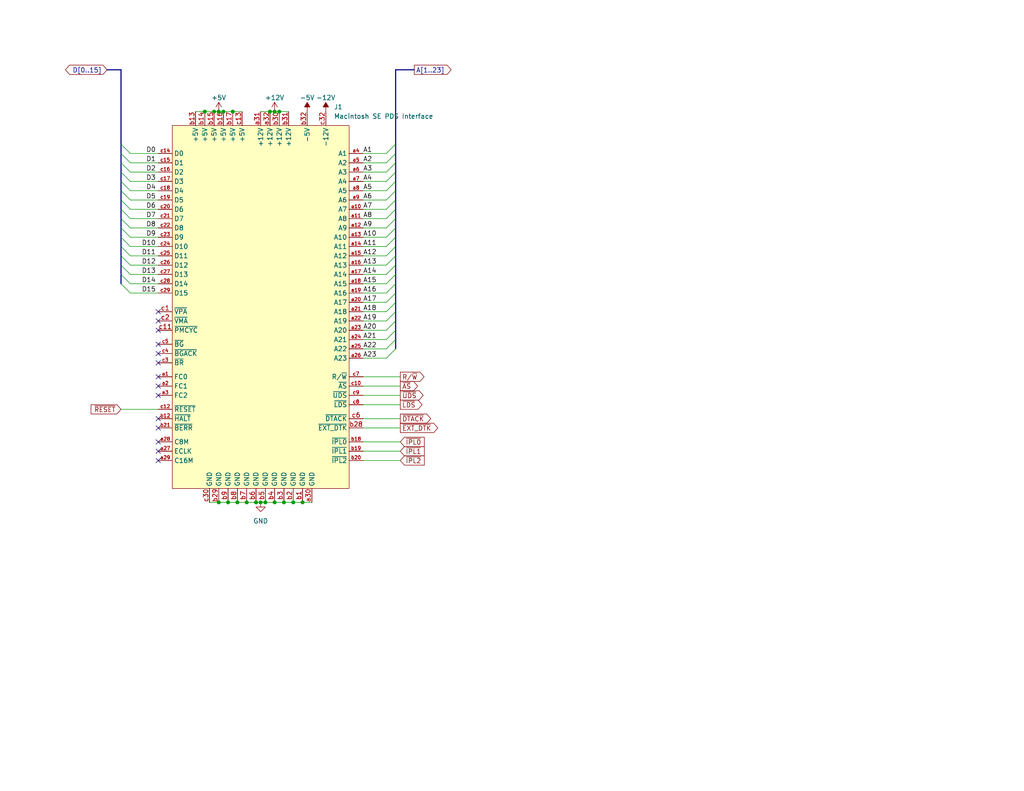
<source format=kicad_sch>
(kicad_sch (version 20230121) (generator eeschema)
  (paper "USLetter")
  (title_block (title "SEthernet PDS Ethernet Card for Macintosh SE") (date "2024-01-27") (rev "1"))
  (lib_symbols
    (symbol "PDS-Ethernet:SE_PDS"
      (property "Reference" "J" (at 0 13.97 0))
      (property "Value" "Macintosh SE PDS Slot" (at 0 11.43 0))
      (symbol "SE_PDS_1_0"
        (pin output line (at -25.4 -74.93 0) (length 3.81) (name "FC0") (number "a1"))
        (pin output line (at 30.48 -29.21 180) (length 3.81) (name "A7") (number "a10"))
        (pin output line (at 30.48 -31.75 180) (length 3.81) (name "A8") (number "a11"))
        (pin output line (at 30.48 -34.29 180) (length 3.81) (name "A9") (number "a12"))
        (pin output line (at 30.48 -36.83 180) (length 3.81) (name "A10") (number "a13"))
        (pin output line (at 30.48 -39.37 180) (length 3.81) (name "A11") (number "a14"))
        (pin output line (at 30.48 -41.91 180) (length 3.81) (name "A12") (number "a15"))
        (pin output line (at 30.48 -44.45 180) (length 3.81) (name "A13") (number "a16"))
        (pin output line (at 30.48 -46.99 180) (length 3.81) (name "A14") (number "a17"))
        (pin output line (at 30.48 -49.53 180) (length 3.81) (name "A15") (number "a18"))
        (pin output line (at 30.48 -52.07 180) (length 3.81) (name "A16") (number "a19"))
        (pin output line (at -25.4 -77.47 0) (length 3.81) (name "FC1") (number "a2"))
        (pin output line (at 30.48 -54.61 180) (length 3.81) (name "A17") (number "a20"))
        (pin output line (at 30.48 -57.15 180) (length 3.81) (name "A18") (number "a21"))
        (pin output line (at 30.48 -59.69 180) (length 3.81) (name "A19") (number "a22"))
        (pin output line (at 30.48 -62.23 180) (length 3.81) (name "A20") (number "a23"))
        (pin output line (at 30.48 -64.77 180) (length 3.81) (name "A21") (number "a24"))
        (pin output line (at 30.48 -67.31 180) (length 3.81) (name "A22") (number "a25"))
        (pin output line (at 30.48 -69.85 180) (length 3.81) (name "A23") (number "a26"))
        (pin output line (at -25.4 -95.25 0) (length 3.81) (name "ECLK") (number "a27"))
        (pin output line (at -25.4 -92.71 0) (length 3.81) (name "C8M") (number "a28"))
        (pin output line (at -25.4 -97.79 0) (length 3.81) (name "C16M") (number "a29"))
        (pin output line (at -25.4 -80.01 0) (length 3.81) (name "FC2") (number "a3"))
        (pin power_out line (at 16.51 -109.22 90) (length 3.81) (name "GND") (number "a30"))
        (pin power_out line (at 2.54 -2.54 270) (length 3.81) (name "+12V") (number "a31"))
        (pin power_out line (at 5.08 -2.54 270) (length 3.81) (name "+12V") (number "a32"))
        (pin output line (at 30.48 -13.97 180) (length 3.81) (name "A1") (number "a4"))
        (pin output line (at 30.48 -16.51 180) (length 3.81) (name "A2") (number "a5"))
        (pin output line (at 30.48 -19.05 180) (length 3.81) (name "A3") (number "a6"))
        (pin output line (at 30.48 -21.59 180) (length 3.81) (name "A4") (number "a7"))
        (pin output line (at 30.48 -24.13 180) (length 3.81) (name "A5") (number "a8"))
        (pin output line (at 30.48 -26.67 180) (length 3.81) (name "A6") (number "a9"))
        (pin power_out line (at 13.97 -109.22 90) (length 3.81) (name "GND") (number "b1"))
        (pin no_connect line (at 73.66 -34.29 180) (length 3.81) hide (name "Reserved") (number "b10"))
        (pin no_connect line (at 73.66 -36.83 180) (length 3.81) hide (name "Reserved") (number "b11"))
        (pin output line (at -25.4 -86.36 0) (length 3.81) (name "~{HALT}") (number "b12"))
        (pin power_out line (at -15.24 -2.54 270) (length 3.81) (name "+5V") (number "b13"))
        (pin power_out line (at -12.7 -2.54 270) (length 3.81) (name "+5V") (number "b14"))
        (pin power_out line (at -10.16 -2.54 270) (length 3.81) (name "+5V") (number "b15"))
        (pin power_out line (at -7.62 -2.54 270) (length 3.81) (name "+5V") (number "b16"))
        (pin power_out line (at -5.08 -2.54 270) (length 3.81) (name "+5V") (number "b17"))
        (pin input line (at 30.48 -92.71 180) (length 3.81) (name "~{IPL0}") (number "b18"))
        (pin input line (at 30.48 -95.25 180) (length 3.81) (name "~{IPL1}") (number "b19"))
        (pin power_out line (at 11.43 -109.22 90) (length 3.81) (name "GND") (number "b2"))
        (pin input line (at 30.48 -97.79 180) (length 3.81) (name "~{IPL2}") (number "b20"))
        (pin input line (at -25.4 -88.9 0) (length 3.81) (name "~{BERR}") (number "b21"))
        (pin no_connect line (at 73.66 -52.07 180) (length 3.81) hide (name "Spare") (number "b22"))
        (pin no_connect line (at 73.66 -54.61 180) (length 3.81) hide (name "Reserved") (number "b23"))
        (pin no_connect line (at 73.66 -57.15 180) (length 3.81) hide (name "Reserved") (number "b24"))
        (pin no_connect line (at 73.66 -59.69 180) (length 3.81) hide (name "Reserved") (number "b25"))
        (pin no_connect line (at 73.66 -62.23 180) (length 3.81) hide (name "Reserved") (number "b26"))
        (pin no_connect line (at 73.66 -64.77 180) (length 3.81) hide (name "Reserved") (number "b27"))
        (pin input line (at 30.48 -88.9 180) (length 3.81) (name "~{EXT_DTK}") (number "b28"))
        (pin power_out line (at -8.89 -109.22 90) (length 3.81) (name "GND") (number "b29"))
        (pin power_out line (at 8.89 -109.22 90) (length 3.81) (name "GND") (number "b3"))
        (pin power_out line (at 7.62 -2.54 270) (length 3.81) (name "+12V") (number "b30"))
        (pin power_out line (at 10.16 -2.54 270) (length 3.81) (name "+12V") (number "b31"))
        (pin power_out line (at 15.24 -2.54 270) (length 3.81) (name "-5V") (number "b32"))
        (pin power_out line (at 6.35 -109.22 90) (length 3.81) (name "GND") (number "b4"))
        (pin power_out line (at 3.81 -109.22 90) (length 3.81) (name "GND") (number "b5"))
        (pin power_out line (at 1.27 -109.22 90) (length 3.81) (name "GND") (number "b6"))
        (pin power_out line (at -1.27 -109.22 90) (length 3.81) (name "GND") (number "b7"))
        (pin power_out line (at -3.81 -109.22 90) (length 3.81) (name "GND") (number "b8"))
        (pin power_out line (at -6.35 -109.22 90) (length 3.81) (name "GND") (number "b9"))
        (pin output line (at -25.4 -57.15 0) (length 3.81) (name "~{VPA}") (number "c1"))
        (pin output line (at 30.48 -77.47 180) (length 3.81) (name "~{AS}") (number "c10"))
        (pin output line (at -25.4 -62.23 0) (length 3.81) (name "~{PMCYC}") (number "c11"))
        (pin output line (at -25.4 -83.82 0) (length 3.81) (name "~{RESET}") (number "c12"))
        (pin power_out line (at -2.54 -2.54 270) (length 3.81) (name "+5V") (number "c13"))
        (pin bidirectional line (at -25.4 -13.97 0) (length 3.81) (name "D0") (number "c14"))
        (pin bidirectional line (at -25.4 -16.51 0) (length 3.81) (name "D1") (number "c15"))
        (pin bidirectional line (at -25.4 -19.05 0) (length 3.81) (name "D2") (number "c16"))
        (pin bidirectional line (at -25.4 -21.59 0) (length 3.81) (name "D3") (number "c17"))
        (pin bidirectional line (at -25.4 -24.13 0) (length 3.81) (name "D4") (number "c18"))
        (pin bidirectional line (at -25.4 -26.67 0) (length 3.81) (name "D5") (number "c19"))
        (pin output line (at -25.4 -59.69 0) (length 3.81) (name "~{VMA}") (number "c2"))
        (pin bidirectional line (at -25.4 -29.21 0) (length 3.81) (name "D6") (number "c20"))
        (pin bidirectional line (at -25.4 -31.75 0) (length 3.81) (name "D7") (number "c21"))
        (pin bidirectional line (at -25.4 -34.29 0) (length 3.81) (name "D8") (number "c22"))
        (pin bidirectional line (at -25.4 -36.83 0) (length 3.81) (name "D9") (number "c23"))
        (pin bidirectional line (at -25.4 -39.37 0) (length 3.81) (name "D10") (number "c24"))
        (pin bidirectional line (at -25.4 -41.91 0) (length 3.81) (name "D11") (number "c25"))
        (pin bidirectional line (at -25.4 -44.45 0) (length 3.81) (name "D12") (number "c26"))
        (pin bidirectional line (at -25.4 -46.99 0) (length 3.81) (name "D13") (number "c27"))
        (pin bidirectional line (at -25.4 -49.53 0) (length 3.81) (name "D14") (number "c28"))
        (pin bidirectional line (at -25.4 -52.07 0) (length 3.81) (name "D15") (number "c29"))
        (pin input line (at -25.4 -71.12 0) (length 3.81) (name "~{BR}") (number "c3"))
        (pin power_out line (at -11.43 -109.22 90) (length 3.81) (name "GND") (number "c30"))
        (pin no_connect line (at 73.66 -95.25 180) (length 3.81) hide (name "Spare") (number "c31"))
        (pin power_out line (at 20.32 -2.54 270) (length 3.81) (name "-12V") (number "c32"))
        (pin input line (at -25.4 -68.58 0) (length 3.81) (name "~{BGACK}") (number "c4"))
        (pin output line (at -25.4 -66.04 0) (length 3.81) (name "~{BG}") (number "c5"))
        (pin bidirectional line (at 30.48 -86.36 180) (length 3.81) (name "~{DTACK}") (number "c6"))
        (pin output line (at 30.48 -74.93 180) (length 3.81) (name "R/~{W}") (number "c7"))
        (pin input line (at 30.48 -82.55 180) (length 3.81) (name "~{LDS}") (number "c8"))
        (pin input line (at 30.48 -80.01 180) (length 3.81) (name "~{UDS}") (number "c9"))
      )
      (symbol "SE_PDS_1_1"
        (rectangle (start -21.59 -6.35) (end 26.67 -105.41) (fill (type background)))
      )
    )
    (symbol "power:+12V" (power) (pin_names (offset 0))
      (property "Value" "+12V" (at 0 3.556 0))
      (symbol "+12V_0_1"
        (polyline (pts (xy -0.762 1.27) (xy 0 2.54)))
        (polyline (pts (xy 0 0) (xy 0 2.54)))
        (polyline (pts (xy 0 2.54) (xy 0.762 1.27)))
      )
      (symbol "+12V_1_1"
        (pin power_in line (at 0 0 90) (length 0) hide (name "+12V") (number "1"))
      )
    )
    (symbol "power:+5V" (power) (pin_names (offset 0))
      (property "Value" "+5V" (at 0 3.556 0))
      (symbol "+5V_0_1"
        (polyline (pts (xy -0.762 1.27) (xy 0 2.54)))
        (polyline (pts (xy 0 0) (xy 0 2.54)))
        (polyline (pts (xy 0 2.54) (xy 0.762 1.27)))
      )
      (symbol "+5V_1_1"
        (pin power_in line (at 0 0 90) (length 0) hide (name "+5V") (number "1"))
      )
    )
    (symbol "power:-12V" (power) (pin_names (offset 0))
      (property "Value" "-12V" (at 0 3.81 0))
      (symbol "-12V_0_0"
        (pin power_in line (at 0 0 90) (length 0) hide (name "-12V") (number "1"))
      )
      (symbol "-12V_0_1"
        (polyline (pts (xy 0 0) (xy 0 1.27) (xy 0.762 1.27) (xy 0 2.54) (xy -0.762 1.27) (xy 0 1.27)) (fill (type outline)))
      )
    )
    (symbol "power:-5V" (power) (pin_names (offset 0))
      (property "Value" "-5V" (at 0 3.81 0))
      (symbol "-5V_0_0"
        (pin power_in line (at 0 0 90) (length 0) hide (name "-5V") (number "1"))
      )
      (symbol "-5V_0_1"
        (polyline (pts (xy 0 0) (xy 0 1.27) (xy 0.762 1.27) (xy 0 2.54) (xy -0.762 1.27) (xy 0 1.27)) (fill (type outline)))
      )
    )
    (symbol "power:GND" (power) (pin_names (offset 0))
      (property "Value" "GND" (at 0 -3.81 0))
      (symbol "GND_0_1"
        (polyline (pts (xy 0 0) (xy 0 -1.27) (xy 1.27 -1.27) (xy 0 -2.54) (xy -1.27 -1.27) (xy 0 -1.27)))
      )
      (symbol "GND_1_1"
        (pin power_in line (at 0 0 270) (length 0) hide (name "GND") (number "1"))
      )
    )
  )
  (junction (at 73.66 30.48))
  (junction (at 64.77 137.16))
  (junction (at 58.42 30.48))
  (junction (at 82.55 137.16))
  (junction (at 59.69 30.48))
  (junction (at 55.88 30.48))
  (junction (at 72.39 137.16))
  (junction (at 76.2 30.48))
  (junction (at 63.5 30.48))
  (junction (at 77.47 137.16))
  (junction (at 74.93 30.48))
  (junction (at 80.01 137.16))
  (junction (at 60.96 30.48))
  (junction (at 62.23 137.16))
  (junction (at 67.31 137.16))
  (junction (at 69.85 137.16))
  (junction (at 59.69 137.16))
  (junction (at 74.93 137.16))
  (junction (at 71.12 137.16))
  (no_connect (at 43.18 90.17))
  (no_connect (at 43.18 107.95))
  (no_connect (at 43.18 123.19))
  (no_connect (at 43.18 120.65))
  (no_connect (at 43.18 96.52))
  (no_connect (at 43.18 93.98))
  (no_connect (at 43.18 85.09))
  (no_connect (at 43.18 99.06))
  (no_connect (at 43.18 87.63))
  (no_connect (at 43.18 105.41))
  (no_connect (at 43.18 102.87))
  (no_connect (at 43.18 125.73))
  (no_connect (at 43.18 114.3))
  (no_connect (at 43.18 116.84))
  (bus_entry (at 107.95 69.85) (size -2.54 2.54))
  (bus_entry (at 33.02 74.93) (size 2.54 2.54))
  (bus_entry (at 107.95 80.01) (size -2.54 2.54))
  (bus_entry (at 33.02 52.07) (size 2.54 2.54))
  (bus_entry (at 33.02 44.45) (size 2.54 2.54))
  (bus_entry (at 107.95 87.63) (size -2.54 2.54))
  (bus_entry (at 33.02 72.39) (size 2.54 2.54))
  (bus_entry (at 33.02 77.47) (size 2.54 2.54))
  (bus_entry (at 107.95 64.77) (size -2.54 2.54))
  (bus_entry (at 107.95 52.07) (size -2.54 2.54))
  (bus_entry (at 33.02 69.85) (size 2.54 2.54))
  (bus_entry (at 33.02 57.15) (size 2.54 2.54))
  (bus_entry (at 33.02 39.37) (size 2.54 2.54))
  (bus_entry (at 33.02 41.91) (size 2.54 2.54))
  (bus_entry (at 107.95 67.31) (size -2.54 2.54))
  (bus_entry (at 107.95 90.17) (size -2.54 2.54))
  (bus_entry (at 107.95 72.39) (size -2.54 2.54))
  (bus_entry (at 107.95 92.71) (size -2.54 2.54))
  (bus_entry (at 33.02 64.77) (size 2.54 2.54))
  (bus_entry (at 107.95 46.99) (size -2.54 2.54))
  (bus_entry (at 33.02 59.69) (size 2.54 2.54))
  (bus_entry (at 107.95 82.55) (size -2.54 2.54))
  (bus_entry (at 107.95 62.23) (size -2.54 2.54))
  (bus_entry (at 107.95 95.25) (size -2.54 2.54))
  (bus_entry (at 107.95 39.37) (size -2.54 2.54))
  (bus_entry (at 33.02 49.53) (size 2.54 2.54))
  (bus_entry (at 107.95 77.47) (size -2.54 2.54))
  (bus_entry (at 33.02 62.23) (size 2.54 2.54))
  (bus_entry (at 33.02 46.99) (size 2.54 2.54))
  (bus_entry (at 107.95 74.93) (size -2.54 2.54))
  (bus_entry (at 107.95 54.61) (size -2.54 2.54))
  (bus_entry (at 107.95 59.69) (size -2.54 2.54))
  (bus_entry (at 107.95 44.45) (size -2.54 2.54))
  (bus_entry (at 107.95 85.09) (size -2.54 2.54))
  (bus_entry (at 33.02 67.31) (size 2.54 2.54))
  (bus_entry (at 33.02 54.61) (size 2.54 2.54))
  (bus_entry (at 107.95 57.15) (size -2.54 2.54))
  (bus_entry (at 107.95 41.91) (size -2.54 2.54))
  (bus_entry (at 107.95 49.53) (size -2.54 2.54))
  (wire (pts (xy 35.56 57.15) (xy 43.18 57.15)))
  (wire (pts (xy 82.55 137.16) (xy 85.09 137.16)))
  (wire (pts (xy 99.06 95.25) (xy 105.41 95.25)))
  (wire (pts (xy 35.56 80.01) (xy 43.18 80.01)))
  (wire (pts (xy 99.06 57.15) (xy 105.41 57.15)))
  (bus (pts (xy 107.95 46.99) (xy 107.95 49.53)))
  (wire (pts (xy 99.06 87.63) (xy 105.41 87.63)))
  (bus (pts (xy 33.02 72.39) (xy 33.02 74.93)))
  (wire (pts (xy 67.31 137.16) (xy 69.85 137.16)))
  (wire (pts (xy 35.56 52.07) (xy 43.18 52.07)))
  (wire (pts (xy 58.42 30.48) (xy 59.69 30.48)))
  (wire (pts (xy 55.88 30.48) (xy 58.42 30.48)))
  (bus (pts (xy 107.95 87.63) (xy 107.95 90.17)))
  (wire (pts (xy 59.69 137.16) (xy 62.23 137.16)))
  (bus (pts (xy 107.95 64.77) (xy 107.95 67.31)))
  (wire (pts (xy 35.56 62.23) (xy 43.18 62.23)))
  (wire (pts (xy 35.56 72.39) (xy 43.18 72.39)))
  (wire (pts (xy 71.12 137.16) (xy 72.39 137.16)))
  (wire (pts (xy 63.5 30.48) (xy 66.04 30.48)))
  (bus (pts (xy 107.95 57.15) (xy 107.95 59.69)))
  (wire (pts (xy 99.06 107.95) (xy 109.22 107.95)))
  (wire (pts (xy 35.56 69.85) (xy 43.18 69.85)))
  (bus (pts (xy 107.95 90.17) (xy 107.95 92.71)))
  (bus (pts (xy 33.02 39.37) (xy 33.02 41.91)))
  (wire (pts (xy 99.06 46.99) (xy 105.41 46.99)))
  (bus (pts (xy 107.95 67.31) (xy 107.95 69.85)))
  (bus (pts (xy 33.02 59.69) (xy 33.02 62.23)))
  (bus (pts (xy 107.95 82.55) (xy 107.95 85.09)))
  (wire (pts (xy 43.18 111.76) (xy 33.02 111.76)))
  (wire (pts (xy 35.56 77.47) (xy 43.18 77.47)))
  (wire (pts (xy 99.06 54.61) (xy 105.41 54.61)))
  (bus (pts (xy 33.02 54.61) (xy 33.02 57.15)))
  (bus (pts (xy 33.02 44.45) (xy 33.02 46.99)))
  (bus (pts (xy 107.95 41.91) (xy 107.95 44.45)))
  (bus (pts (xy 33.02 41.91) (xy 33.02 44.45)))
  (bus (pts (xy 33.02 46.99) (xy 33.02 49.53)))
  (wire (pts (xy 99.06 64.77) (xy 105.41 64.77)))
  (wire (pts (xy 64.77 137.16) (xy 67.31 137.16)))
  (bus (pts (xy 33.02 52.07) (xy 33.02 54.61)))
  (bus (pts (xy 33.02 62.23) (xy 33.02 64.77)))
  (wire (pts (xy 99.06 110.49) (xy 109.22 110.49)))
  (wire (pts (xy 99.06 59.69) (xy 105.41 59.69)))
  (bus (pts (xy 107.95 72.39) (xy 107.95 74.93)))
  (wire (pts (xy 73.66 30.48) (xy 74.93 30.48)))
  (wire (pts (xy 62.23 137.16) (xy 64.77 137.16)))
  (wire (pts (xy 35.56 49.53) (xy 43.18 49.53)))
  (bus (pts (xy 107.95 74.93) (xy 107.95 77.47)))
  (bus (pts (xy 107.95 69.85) (xy 107.95 72.39)))
  (bus (pts (xy 107.95 39.37) (xy 107.95 41.91)))
  (wire (pts (xy 99.06 52.07) (xy 105.41 52.07)))
  (wire (pts (xy 99.06 92.71) (xy 105.41 92.71)))
  (bus (pts (xy 33.02 57.15) (xy 33.02 59.69)))
  (wire (pts (xy 72.39 137.16) (xy 74.93 137.16)))
  (wire (pts (xy 35.56 67.31) (xy 43.18 67.31)))
  (bus (pts (xy 33.02 74.93) (xy 33.02 77.47)))
  (wire (pts (xy 76.2 30.48) (xy 78.74 30.48)))
  (bus (pts (xy 107.95 85.09) (xy 107.95 87.63)))
  (bus (pts (xy 107.95 59.69) (xy 107.95 62.23)))
  (wire (pts (xy 99.06 97.79) (xy 105.41 97.79)))
  (bus (pts (xy 107.95 52.07) (xy 107.95 54.61)))
  (wire (pts (xy 99.06 62.23) (xy 105.41 62.23)))
  (bus (pts (xy 107.95 19.05) (xy 113.03 19.05)))
  (wire (pts (xy 99.06 77.47) (xy 105.41 77.47)))
  (wire (pts (xy 35.56 44.45) (xy 43.18 44.45)))
  (wire (pts (xy 99.06 82.55) (xy 105.41 82.55)))
  (wire (pts (xy 99.06 44.45) (xy 105.41 44.45)))
  (wire (pts (xy 59.69 30.48) (xy 60.96 30.48)))
  (wire (pts (xy 99.06 41.91) (xy 105.41 41.91)))
  (wire (pts (xy 99.06 123.19) (xy 109.22 123.19)))
  (wire (pts (xy 74.93 137.16) (xy 77.47 137.16)))
  (bus (pts (xy 107.95 44.45) (xy 107.95 46.99)))
  (wire (pts (xy 71.12 30.48) (xy 73.66 30.48)))
  (bus (pts (xy 107.95 80.01) (xy 107.95 82.55)))
  (wire (pts (xy 60.96 30.48) (xy 63.5 30.48)))
  (wire (pts (xy 99.06 49.53) (xy 105.41 49.53)))
  (bus (pts (xy 33.02 69.85) (xy 33.02 72.39)))
  (bus (pts (xy 107.95 49.53) (xy 107.95 52.07)))
  (wire (pts (xy 109.22 102.87) (xy 99.06 102.87)))
  (bus (pts (xy 107.95 92.71) (xy 107.95 95.25)))
  (wire (pts (xy 35.56 41.91) (xy 43.18 41.91)))
  (bus (pts (xy 107.95 62.23) (xy 107.95 64.77)))
  (bus (pts (xy 33.02 49.53) (xy 33.02 52.07)))
  (wire (pts (xy 99.06 116.84) (xy 109.22 116.84)))
  (bus (pts (xy 107.95 54.61) (xy 107.95 57.15)))
  (wire (pts (xy 99.06 85.09) (xy 105.41 85.09)))
  (wire (pts (xy 99.06 125.73) (xy 109.22 125.73)))
  (wire (pts (xy 80.01 137.16) (xy 82.55 137.16)))
  (wire (pts (xy 77.47 137.16) (xy 80.01 137.16)))
  (wire (pts (xy 57.15 137.16) (xy 59.69 137.16)))
  (bus (pts (xy 33.02 19.05) (xy 29.21 19.05)))
  (wire (pts (xy 69.85 137.16) (xy 71.12 137.16)))
  (wire (pts (xy 35.56 54.61) (xy 43.18 54.61)))
  (bus (pts (xy 107.95 77.47) (xy 107.95 80.01)))
  (wire (pts (xy 99.06 72.39) (xy 105.41 72.39)))
  (bus (pts (xy 107.95 19.05) (xy 107.95 39.37)))
  (wire (pts (xy 53.34 30.48) (xy 55.88 30.48)))
  (wire (pts (xy 99.06 67.31) (xy 105.41 67.31)))
  (wire (pts (xy 74.93 30.48) (xy 76.2 30.48)))
  (bus (pts (xy 33.02 19.05) (xy 33.02 39.37)))
  (bus (pts (xy 33.02 64.77) (xy 33.02 67.31)))
  (wire (pts (xy 99.06 105.41) (xy 109.22 105.41)))
  (wire (pts (xy 35.56 64.77) (xy 43.18 64.77)))
  (wire (pts (xy 99.06 69.85) (xy 105.41 69.85)))
  (wire (pts (xy 99.06 90.17) (xy 105.41 90.17)))
  (bus (pts (xy 33.02 67.31) (xy 33.02 69.85)))
  (wire (pts (xy 99.06 74.93) (xy 105.41 74.93)))
  (wire (pts (xy 99.06 114.3) (xy 109.22 114.3)))
  (wire (pts (xy 99.06 120.65) (xy 109.22 120.65)))
  (wire (pts (xy 35.56 46.99) (xy 43.18 46.99)))
  (wire (pts (xy 35.56 59.69) (xy 43.18 59.69)))
  (wire (pts (xy 99.06 80.01) (xy 105.41 80.01)))
  (wire (pts (xy 35.56 74.93) (xy 43.18 74.93)))
  (label "A2" (at 99.06 44.45 0))
  (label "A10" (at 99.06 64.77 0))
  (label "D14" (at 42.545 77.47 180))
  (label "A23" (at 99.06 97.79 0))
  (label "A14" (at 99.06 74.93 0))
  (label "A12" (at 99.06 69.85 0))
  (label "D12" (at 42.545 72.39 180))
  (label "D5" (at 42.545 54.61 180))
  (label "A4" (at 99.06 49.53 0))
  (label "D10" (at 42.545 67.31 180))
  (label "A5" (at 99.06 52.07 0))
  (label "A15" (at 99.06 77.47 0))
  (label "A17" (at 99.06 82.55 0))
  (label "A16" (at 99.06 80.01 0))
  (label "A6" (at 99.06 54.61 0))
  (label "D1" (at 42.545 44.45 180))
  (label "A20" (at 99.06 90.17 0))
  (label "D15" (at 42.545 80.01 180))
  (label "D11" (at 42.545 69.85 180))
  (label "A13" (at 99.06 72.39 0))
  (label "A1" (at 99.06 41.91 0))
  (label "A18" (at 99.06 85.09 0))
  (label "A11" (at 99.06 67.31 0))
  (label "A21" (at 99.06 92.71 0))
  (label "D6" (at 42.545 57.15 180))
  (label "A9" (at 99.06 62.23 0))
  (label "D4" (at 42.545 52.07 180))
  (label "D2" (at 42.545 46.99 180))
  (label "D8" (at 42.545 62.23 180))
  (label "D13" (at 42.545 74.93 180))
  (label "A8" (at 99.06 59.69 0))
  (label "A7" (at 99.06 57.15 0))
  (label "D3" (at 42.545 49.53 180))
  (label "D7" (at 42.545 59.69 180))
  (label "A22" (at 99.06 95.25 0))
  (label "D9" (at 42.545 64.77 180))
  (label "D0" (at 42.545 41.91 180))
  (label "A19" (at 99.06 87.63 0))
  (label "A3" (at 99.06 46.99 0))
  (global_label "R{slash}~{W}" (shape output) (at 109.22 102.87 0) (property "Intersheetrefs" "${INTERSHEET_REFS}" (effects hide)))
  (global_label "~{IPL2}" (shape input) (at 109.22 125.73 0) (property "Intersheetrefs" "${INTERSHEET_REFS}" (effects hide)))
  (global_label "D[0..15]" (shape bidirectional) (at 29.21 19.05 180) (property "Intersheetrefs" "${INTERSHEET_REFS}" (effects hide)))
  (global_label "~{AS}" (shape output) (at 109.22 105.41 0) (property "Intersheetrefs" "${INTERSHEET_REFS}" (effects hide)))
  (global_label "~{EXT_DTK}" (shape output) (at 109.22 116.84 0) (property "Intersheetrefs" "${INTERSHEET_REFS}" (effects hide)))
  (global_label "~{IPL1}" (shape input) (at 109.22 123.19 0) (property "Intersheetrefs" "${INTERSHEET_REFS}" (effects hide)))
  (global_label "~{DTACK}" (shape output) (at 109.22 114.3 0) (property "Intersheetrefs" "${INTERSHEET_REFS}" (effects hide)))
  (global_label "~{LDS}" (shape output) (at 109.22 110.49 0) (property "Intersheetrefs" "${INTERSHEET_REFS}" (effects hide)))
  (global_label "~{IPL0}" (shape input) (at 109.22 120.65 0) (property "Intersheetrefs" "${INTERSHEET_REFS}" (effects hide)))
  (global_label "~{RESET}" (shape input) (at 33.02 111.76 180) (property "Intersheetrefs" "${INTERSHEET_REFS}" (effects hide)))
  (global_label "~{UDS}" (shape output) (at 109.22 107.95 0) (property "Intersheetrefs" "${INTERSHEET_REFS}" (effects hide)))
  (global_label "A[1..23]" (shape output) (at 113.03 19.05 0) (property "Intersheetrefs" "${INTERSHEET_REFS}" (effects hide)))
  (symbol (lib_id "power:+12V") (at 74.93 30.48 0) (unit 1)
    (property "Reference" "#PWR09" (effects hide))
    (property "Value" "+12V" (at 74.93 26.67 0))
  )
  (symbol (lib_id "power:-5V") (at 83.82 30.48 0) (unit 1)
    (property "Reference" "#PWR010" (effects hide))
    (property "Value" "-5V" (at 83.82 26.67 0))
  )
  (symbol (lib_id "PDS-Ethernet:SE_PDS") (at 68.58 27.94 0) (unit 1)
    (property "Reference" "J1" (at 91.0941 29.21 0) (effects (justify left)))
    (property "Value" "Macintosh SE PDS Interface" (at 91.0941 31.75 0) (effects (justify left)))
    (property "Footprint" "PDS-Ethernet:DIN41612_C_3x32_Female_Vertical_THT_Reversed" (effects hide))
    (property "Datasheet" "https://www.te.com/commerce/DocumentDelivery/DDEController?Action=srchrtrv&DocNm=650906&DocType=Customer+Drawing&DocLang=English" (effects hide))
    (property "Digikey" "609-86094648114H55V1LF-ND" (effects hide))
    (property "LCSC" "C464621" (effects hide))
  )
  (symbol (lib_id "power:-12V") (at 88.9 30.48 0) (unit 1)
    (property "Reference" "#PWR034" (effects hide))
    (property "Value" "-12V" (at 88.9 26.67 0))
  )
  (symbol (lib_id "power:+5V") (at 59.69 30.48 0) (unit 1)
    (property "Reference" "#PWR08" (effects hide))
    (property "Value" "+5V" (at 59.69 26.67 0))
  )
  (symbol (lib_id "power:GND") (at 71.12 137.16 0) (unit 1)
    (property "Reference" "#PWR02" (effects hide))
    (property "Value" "GND" (at 71.12 142.24 0))
  )
)
</source>
